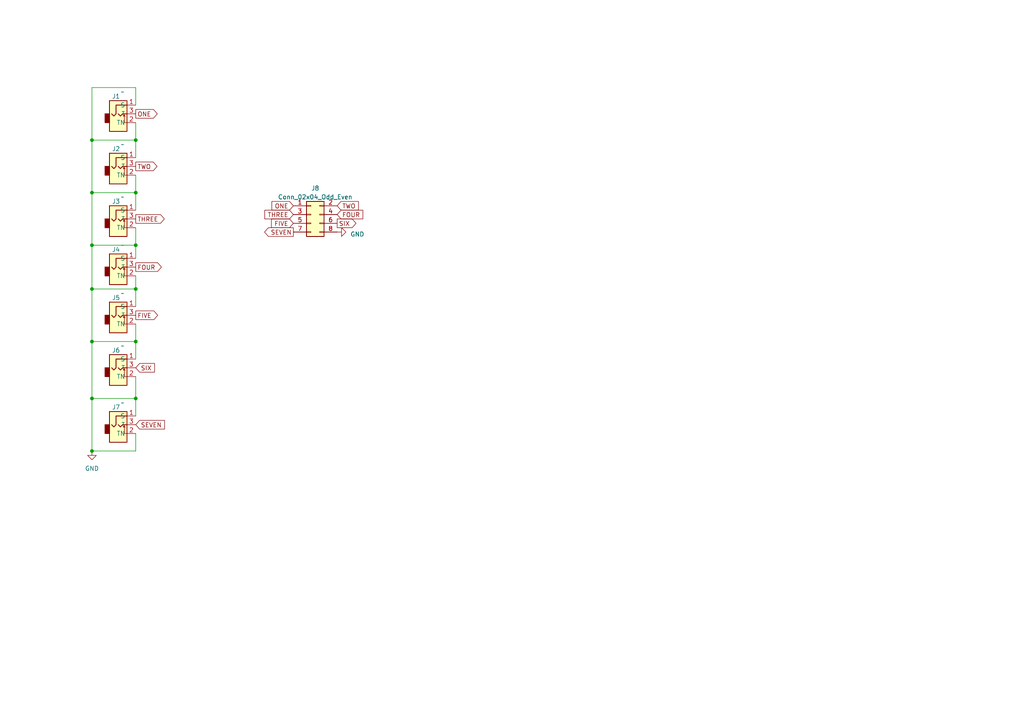
<source format=kicad_sch>
(kicad_sch (version 20231120) (generator "eeschema") (generator_version "8.0")
  (paper "A4")
  (lib_symbols
    (symbol "Connector_Generic:Conn_02x04_Odd_Even" (pin_names (offset 1.016) hide)
      (property "Reference" "J" (at 1.27 5.08 0))
      (property "Value" "Conn_02x04_Odd_Even" (at 1.27 -7.62 0))
      (symbol "Conn_02x04_Odd_Even_1_1"
        (rectangle (start -1.27 -4.953) (end 0 -5.207) (stroke (width 0.1524)))
        (rectangle (start -1.27 -2.413) (end 0 -2.667) (stroke (width 0.1524)))
        (rectangle (start -1.27 0.127) (end 0 -0.127) (stroke (width 0.1524)))
        (rectangle (start -1.27 2.667) (end 0 2.413) (stroke (width 0.1524)))
        (rectangle (start -1.27 3.81) (end 3.81 -6.35) (stroke (width 0.254)) (fill (type background)))
        (rectangle (start 3.81 -4.953) (end 2.54 -5.207) (stroke (width 0.1524)))
        (rectangle (start 3.81 -2.413) (end 2.54 -2.667) (stroke (width 0.1524)))
        (rectangle (start 3.81 0.127) (end 2.54 -0.127) (stroke (width 0.1524)))
        (rectangle (start 3.81 2.667) (end 2.54 2.413) (stroke (width 0.1524)))
        (pin passive line (at -5.08 2.54 0) (length 3.81) (name "Pin_1") (number "1"))
        (pin passive line (at 7.62 2.54 180) (length 3.81) (name "Pin_2") (number "2"))
        (pin passive line (at -5.08 0 0) (length 3.81) (name "Pin_3") (number "3"))
        (pin passive line (at 7.62 0 180) (length 3.81) (name "Pin_4") (number "4"))
        (pin passive line (at -5.08 -2.54 0) (length 3.81) (name "Pin_5") (number "5"))
        (pin passive line (at 7.62 -2.54 180) (length 3.81) (name "Pin_6") (number "6"))
        (pin passive line (at -5.08 -5.08 0) (length 3.81) (name "Pin_7") (number "7"))
        (pin passive line (at 7.62 -5.08 180) (length 3.81) (name "Pin_8") (number "8"))
      )
    )
    (symbol "Import_Library:Thonkiconn_Mono"
      (property "Reference" "J" (at -1.27 6.35 0))
      (symbol "Thonkiconn_Mono_0_1"
        (rectangle (start -2.54 0) (end -3.81 -2.54) (stroke (width 0.254)) (fill (type outline)))
        (polyline (pts (xy 1.778 -0.254) (xy 2.032 -0.762)))
        (polyline (pts (xy 0 0) (xy 0.635 -0.635) (xy 1.27 0) (xy 2.54 0)) (stroke (width 0.254)))
        (polyline (pts (xy 2.54 -2.54) (xy 1.778 -2.54) (xy 1.778 -0.254) (xy 1.524 -0.762)))
        (polyline (pts (xy 2.54 2.54) (xy -0.635 2.54) (xy -0.635 0) (xy -1.27 -0.635) (xy -1.905 0)) (stroke (width 0.254)))
        (rectangle (start 2.54 3.81) (end -2.54 -5.08) (stroke (width 0.254)) (fill (type background)))
      )
      (symbol "Thonkiconn_Mono_1_1"
        (pin passive line (at 5.08 2.54 180) (length 2.54) (name "S") (number "1"))
        (pin passive line (at 5.08 -2.54 180) (length 2.54) (name "TN") (number "2"))
        (pin passive line (at 5.08 0 180) (length 2.54) (name "T") (number "3"))
      )
    )
    (symbol "power:GND" (power) (pin_names (offset 0))
      (property "Value" "GND" (at 0 -3.81 0))
      (symbol "GND_0_1"
        (polyline (pts (xy 0 0) (xy 0 -1.27) (xy 1.27 -1.27) (xy 0 -2.54) (xy -1.27 -1.27) (xy 0 -1.27)))
      )
      (symbol "GND_1_1"
        (pin power_in line (at 0 0 270) (length 0) hide (name "GND") (number "1"))
      )
    )
  )
  (junction (at 39.37 115.57))
  (junction (at 39.37 71.12))
  (junction (at 26.67 40.64))
  (junction (at 39.37 83.82))
  (junction (at 26.67 99.06))
  (junction (at 39.37 55.88))
  (junction (at 26.67 83.82))
  (junction (at 39.37 99.06))
  (junction (at 26.67 55.88))
  (junction (at 26.67 115.57))
  (junction (at 26.67 71.12))
  (junction (at 39.37 40.64))
  (junction (at 26.67 130.81))
  (wire (pts (xy 39.37 83.82) (xy 26.67 83.82)))
  (wire (pts (xy 39.37 55.88) (xy 26.67 55.88)))
  (wire (pts (xy 39.37 25.4) (xy 26.67 25.4)))
  (wire (pts (xy 39.37 130.81) (xy 39.37 125.73)))
  (wire (pts (xy 39.37 93.98) (xy 39.37 99.06)))
  (wire (pts (xy 26.67 99.06) (xy 26.67 115.57)))
  (wire (pts (xy 39.37 60.96) (xy 39.37 55.88)))
  (wire (pts (xy 39.37 80.01) (xy 39.37 83.82)))
  (wire (pts (xy 39.37 109.22) (xy 39.37 115.57)))
  (wire (pts (xy 26.67 115.57) (xy 26.67 130.81)))
  (wire (pts (xy 39.37 120.65) (xy 39.37 115.57)))
  (wire (pts (xy 39.37 40.64) (xy 26.67 40.64)))
  (wire (pts (xy 39.37 45.72) (xy 39.37 40.64)))
  (wire (pts (xy 39.37 104.14) (xy 39.37 99.06)))
  (wire (pts (xy 39.37 50.8) (xy 39.37 55.88)))
  (wire (pts (xy 26.67 25.4) (xy 26.67 40.64)))
  (wire (pts (xy 39.37 66.04) (xy 39.37 71.12)))
  (wire (pts (xy 39.37 74.93) (xy 39.37 71.12)))
  (wire (pts (xy 26.67 71.12) (xy 26.67 83.82)))
  (wire (pts (xy 26.67 130.81) (xy 39.37 130.81)))
  (wire (pts (xy 26.67 83.82) (xy 26.67 99.06)))
  (wire (pts (xy 39.37 30.48) (xy 39.37 25.4)))
  (wire (pts (xy 26.67 55.88) (xy 26.67 71.12)))
  (wire (pts (xy 39.37 35.56) (xy 39.37 40.64)))
  (wire (pts (xy 26.67 40.64) (xy 26.67 55.88)))
  (wire (pts (xy 39.37 88.9) (xy 39.37 83.82)))
  (wire (pts (xy 39.37 115.57) (xy 26.67 115.57)))
  (wire (pts (xy 39.37 71.12) (xy 26.67 71.12)))
  (wire (pts (xy 39.37 99.06) (xy 26.67 99.06)))
  (global_label "FOUR" (shape input) (at 97.79 62.23 0) (property "Intersheetrefs" "${INTERSHEET_REFS}" (effects (hide yes))))
  (global_label "THREE" (shape input) (at 85.09 62.23 180) (property "Intersheetrefs" "${INTERSHEET_REFS}" (effects (hide yes))))
  (global_label "FOUR" (shape output) (at 39.37 77.47 0) (property "Intersheetrefs" "${INTERSHEET_REFS}" (effects (hide yes))))
  (global_label "TWO" (shape output) (at 39.37 48.26 0) (property "Intersheetrefs" "${INTERSHEET_REFS}" (effects (hide yes))))
  (global_label "TWO" (shape input) (at 97.79 59.69 0) (property "Intersheetrefs" "${INTERSHEET_REFS}" (effects (hide yes))))
  (global_label "SIX" (shape output) (at 97.79 64.77 0) (property "Intersheetrefs" "${INTERSHEET_REFS}" (effects (hide yes))))
  (global_label "SIX" (shape input) (at 39.37 106.68 0) (property "Intersheetrefs" "${INTERSHEET_REFS}" (effects (hide yes))))
  (global_label "ONE" (shape output) (at 39.37 33.02 0) (property "Intersheetrefs" "${INTERSHEET_REFS}" (effects (hide yes))))
  (global_label "FIVE" (shape output) (at 39.37 91.44 0) (property "Intersheetrefs" "${INTERSHEET_REFS}" (effects (hide yes))))
  (global_label "SEVEN" (shape output) (at 85.09 67.31 180) (property "Intersheetrefs" "${INTERSHEET_REFS}" (effects (hide yes))))
  (global_label "FIVE" (shape input) (at 85.09 64.77 180) (property "Intersheetrefs" "${INTERSHEET_REFS}" (effects (hide yes))))
  (global_label "THREE" (shape output) (at 39.37 63.5 0) (property "Intersheetrefs" "${INTERSHEET_REFS}" (effects (hide yes))))
  (global_label "ONE" (shape input) (at 85.09 59.69 180) (property "Intersheetrefs" "${INTERSHEET_REFS}" (effects (hide yes))))
  (global_label "SEVEN" (shape input) (at 39.37 123.19 0) (property "Intersheetrefs" "${INTERSHEET_REFS}" (effects (hide yes))))
  (symbol (lib_id "Connector_Generic:Conn_02x04_Odd_Even") (at 90.17 62.23 0) (unit 1)
    (property "Reference" "J8" (at 91.44 54.61 0))
    (property "Value" "Conn_02x04_Odd_Even" (at 91.44 57.15 0))
    (property "Footprint" "Connector_PinHeader_2.54mm:PinHeader_2x04_P2.54mm_Vertical" (effects (hide yes)))
  )
  (symbol (lib_id "Import_Library:Thonkiconn_Mono") (at 34.29 48.26 0) (unit 1)
    (property "Reference" "J2" (at 33.655 43.18 0))
    (property "Value" "~" (at 35.56 41.91 0))
    (property "Footprint" "Import Library:Socket-3.5mm THT-Thonkiconn PJ398SM-12" (effects (hide yes)))
  )
  (symbol (lib_id "Import_Library:Thonkiconn_Mono") (at 34.29 91.44 0) (unit 1)
    (property "Reference" "J5" (at 33.655 86.36 0))
    (property "Value" "~" (at 35.56 85.09 0))
    (property "Footprint" "Import Library:Socket-3.5mm THT-Thonkiconn PJ398SM-12" (effects (hide yes)))
  )
  (symbol (lib_id "Import_Library:Thonkiconn_Mono") (at 34.29 123.19 0) (unit 1)
    (property "Reference" "J7" (at 33.655 118.11 0))
    (property "Value" "~" (at 35.56 116.84 0))
    (property "Footprint" "Import Library:Socket-3.5mm THT-Thonkiconn PJ398SM-12" (effects (hide yes)))
  )
  (symbol (lib_id "Import_Library:Thonkiconn_Mono") (at 34.29 63.5 0) (unit 1)
    (property "Reference" "J3" (at 33.655 58.42 0))
    (property "Value" "~" (at 35.56 57.15 0))
    (property "Footprint" "Import Library:Socket-3.5mm THT-Thonkiconn PJ398SM-12" (effects (hide yes)))
  )
  (symbol (lib_id "power:GND") (at 97.79 67.31 90) (unit 1)
    (property "Reference" "#PWR01" (effects (hide yes)))
    (property "Value" "GND" (at 101.6 67.945 90) (effects (justify right)))
  )
  (symbol (lib_id "Import_Library:Thonkiconn_Mono") (at 34.29 77.47 0) (unit 1)
    (property "Reference" "J4" (at 33.655 72.39 0))
    (property "Value" "~" (at 35.56 71.12 0))
    (property "Footprint" "Import Library:Socket-3.5mm THT-Thonkiconn PJ398SM-12" (effects (hide yes)))
  )
  (symbol (lib_id "Import_Library:Thonkiconn_Mono") (at 34.29 106.68 0) (unit 1)
    (property "Reference" "J6" (at 33.655 101.6 0))
    (property "Value" "~" (at 35.56 100.33 0))
    (property "Footprint" "Import Library:Socket-3.5mm THT-Thonkiconn PJ398SM-12" (effects (hide yes)))
  )
  (symbol (lib_id "Import_Library:Thonkiconn_Mono") (at 34.29 33.02 0) (unit 1)
    (property "Reference" "J1" (at 33.655 27.94 0))
    (property "Value" "~" (at 35.56 26.67 0))
    (property "Footprint" "Import Library:Socket-3.5mm THT-Thonkiconn PJ398SM-12" (effects (hide yes)))
  )
  (symbol (lib_id "power:GND") (at 26.67 130.81 0) (unit 1)
    (property "Reference" "#PWR02" (effects (hide yes)))
    (property "Value" "GND" (at 26.67 135.89 0))
  )
)
</source>
